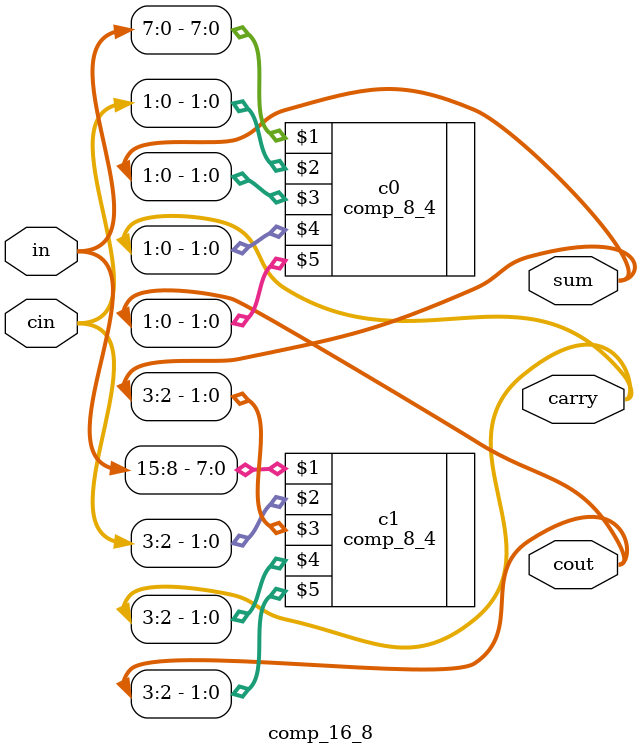
<source format=v>
module comp_16_8(
    input [15:0] in,
    input [3:0] cin,
    output [3:0] sum,
    output [3:0] carry,
    output [3:0] cout
);
    
    comp_8_4 c0(in[7:0],cin[1:0], sum[1:0], carry[1:0], cout[1:0]);
    comp_8_4 c1(in[15:8],cin[3:2], sum[3:2], carry[3:2], cout[3:2]);
    
endmodule
</source>
